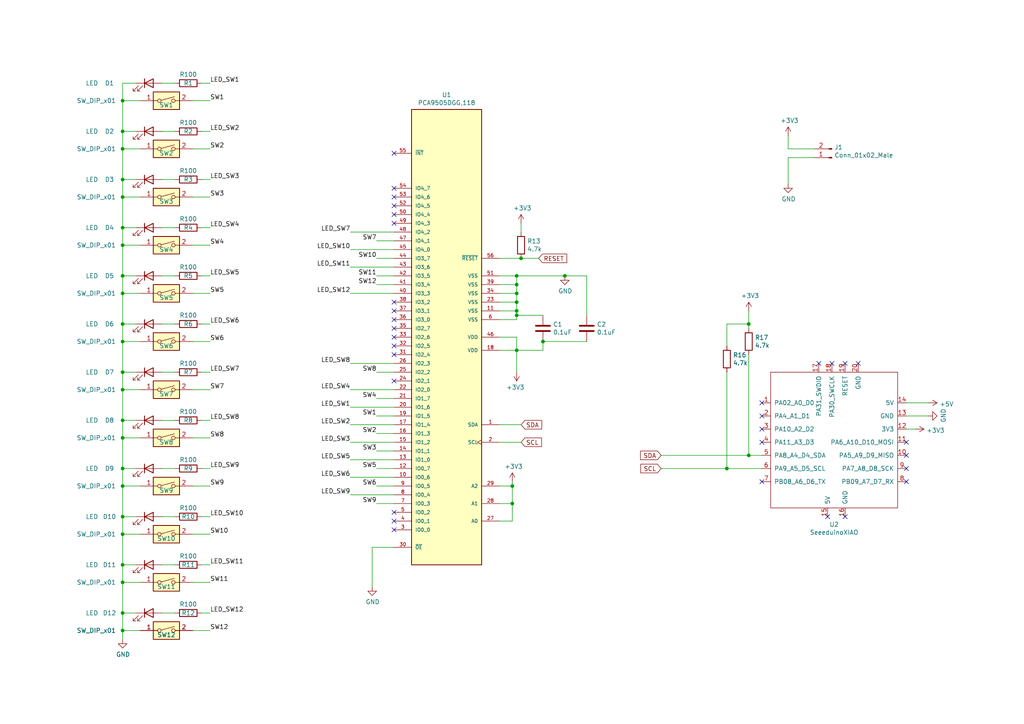
<source format=kicad_sch>
(kicad_sch (version 20211123) (generator eeschema)
  (paper "A4")
  (lib_symbols
    (symbol "Connector:Conn_01x02_Male" (pin_names (offset 1.016) hide)
      (property "Reference" "J" (at 0 2.54 0))
      (property "Value" "Conn_01x02_Male" (at 0 -5.08 0))
      (symbol "Conn_01x02_Male_1_1"
        (polyline (pts (xy 1.27 -2.54) (xy 0.8636 -2.54)) (stroke (width 0.1524)))
        (polyline (pts (xy 1.27 0) (xy 0.8636 0)) (stroke (width 0.1524)))
        (rectangle (start 0.8636 -2.413) (end 0 -2.667) (stroke (width 0.1524)) (fill (type outline)))
        (rectangle (start 0.8636 0.127) (end 0 -0.127) (stroke (width 0.1524)) (fill (type outline)))
        (pin passive line (at 5.08 0 180) (length 3.81) (name "Pin_1") (number "1"))
        (pin passive line (at 5.08 -2.54 180) (length 3.81) (name "Pin_2") (number "2"))
      )
    )
    (symbol "Device:C" (pin_numbers hide) (pin_names (offset 0.254))
      (property "Reference" "C" (at 0.635 2.54 0))
      (property "Value" "C" (at 0.635 -2.54 0))
      (symbol "C_0_1"
        (polyline (pts (xy -2.032 -0.762) (xy 2.032 -0.762)) (stroke (width 0.508)))
        (polyline (pts (xy -2.032 0.762) (xy 2.032 0.762)) (stroke (width 0.508)))
      )
      (symbol "C_1_1"
        (pin passive line (at 0 3.81 270) (length 2.794) (name "~") (number "1"))
        (pin passive line (at 0 -3.81 90) (length 2.794) (name "~") (number "2"))
      )
    )
    (symbol "Device:LED" (pin_numbers hide) (pin_names (offset 1.016) hide)
      (property "Reference" "D" (at 0 2.54 0))
      (property "Value" "LED" (at 0 -2.54 0))
      (symbol "LED_0_1"
        (polyline (pts (xy -1.27 -1.27) (xy -1.27 1.27)) (stroke (width 0.254)))
        (polyline (pts (xy -1.27 0) (xy 1.27 0)))
        (polyline (pts (xy 1.27 -1.27) (xy 1.27 1.27) (xy -1.27 0) (xy 1.27 -1.27)) (stroke (width 0.254)))
        (polyline (pts (xy -3.048 -0.762) (xy -4.572 -2.286) (xy -3.81 -2.286) (xy -4.572 -2.286) (xy -4.572 -1.524)))
        (polyline (pts (xy -1.778 -0.762) (xy -3.302 -2.286) (xy -2.54 -2.286) (xy -3.302 -2.286) (xy -3.302 -1.524)))
      )
      (symbol "LED_1_1"
        (pin passive line (at -3.81 0 0) (length 2.54) (name "K") (number "1"))
        (pin passive line (at 3.81 0 180) (length 2.54) (name "A") (number "2"))
      )
    )
    (symbol "Device:R" (pin_numbers hide) (pin_names (offset 0))
      (property "Reference" "R" (at 2.032 0 90))
      (property "Value" "R" (at 0 0 90))
      (symbol "R_0_1"
        (rectangle (start -1.016 -2.54) (end 1.016 2.54) (stroke (width 0.254)))
      )
      (symbol "R_1_1"
        (pin passive line (at 0 3.81 270) (length 1.27) (name "~") (number "1"))
        (pin passive line (at 0 -3.81 90) (length 1.27) (name "~") (number "2"))
      )
    )
    (symbol "PCA9505DGG_118:PCA9505DGG,118" (pin_names (offset 1.016))
      (property "Reference" "U" (at -1.27 60.96 0))
      (property "Value" "PCA9505DGG_118_PCA9505DGG,118" (at -7.62 -68.58 0))
      (symbol "PCA9505DGG,118_0_0"
        (rectangle (start -10.16 -66.04) (end 10.16 66.04) (stroke (width 0.254)) (fill (type background)))
        (pin bidirectional line (at -15.24 25.4 0) (length 5.08) (name "SDA") (number "1"))
        (pin bidirectional line (at 15.24 40.64 180) (length 5.08) (name "IO0_6") (number "10"))
        (pin power_in line (at -15.24 -7.62 0) (length 5.08) (name "VSS") (number "11"))
        (pin bidirectional line (at 15.24 38.1 180) (length 5.08) (name "IO0_7") (number "12"))
        (pin bidirectional line (at 15.24 35.56 180) (length 5.08) (name "IO1_0") (number "13"))
        (pin bidirectional line (at 15.24 33.02 180) (length 5.08) (name "IO1_1") (number "14"))
        (pin bidirectional line (at 15.24 30.48 180) (length 5.08) (name "IO1_2") (number "15"))
        (pin bidirectional line (at 15.24 27.94 180) (length 5.08) (name "IO1_3") (number "16"))
        (pin bidirectional line (at 15.24 25.4 180) (length 5.08) (name "IO1_4") (number "17"))
        (pin power_in line (at -15.24 3.81 0) (length 5.08) (name "VDD") (number "18"))
        (pin bidirectional line (at 15.24 22.86 180) (length 5.08) (name "IO1_5") (number "19"))
        (pin input clock (at -15.24 30.48 0) (length 5.08) (name "SCL") (number "2"))
        (pin bidirectional line (at 15.24 20.32 180) (length 5.08) (name "IO1_6") (number "20"))
        (pin bidirectional line (at 15.24 17.78 180) (length 5.08) (name "IO1_7") (number "21"))
        (pin bidirectional line (at 15.24 15.24 180) (length 5.08) (name "IO2_0") (number "22"))
        (pin power_in line (at -15.24 -10.16 0) (length 5.08) (name "VSS") (number "23"))
        (pin bidirectional line (at 15.24 12.7 180) (length 5.08) (name "IO2_1") (number "24"))
        (pin bidirectional line (at 15.24 10.16 180) (length 5.08) (name "IO2_2") (number "25"))
        (pin bidirectional line (at 15.24 7.62 180) (length 5.08) (name "IO2_3") (number "26"))
        (pin input line (at -15.24 53.34 0) (length 5.08) (name "A0") (number "27"))
        (pin input line (at -15.24 48.26 0) (length 5.08) (name "A1") (number "28"))
        (pin input line (at -15.24 43.18 0) (length 5.08) (name "A2") (number "29"))
        (pin bidirectional line (at 15.24 55.88 180) (length 5.08) (name "IO0_0") (number "3"))
        (pin input line (at 15.24 60.96 180) (length 5.08) (name "~{OE}") (number "30"))
        (pin bidirectional line (at 15.24 5.08 180) (length 5.08) (name "IO2_4") (number "31"))
        (pin bidirectional line (at 15.24 2.54 180) (length 5.08) (name "IO2_5") (number "32"))
        (pin bidirectional line (at 15.24 0 180) (length 5.08) (name "IO2_6") (number "33"))
        (pin power_in line (at -15.24 -12.7 0) (length 5.08) (name "VSS") (number "34"))
        (pin bidirectional line (at 15.24 -2.54 180) (length 5.08) (name "IO2_7") (number "35"))
        (pin bidirectional line (at 15.24 -5.08 180) (length 5.08) (name "IO3_0") (number "36"))
        (pin bidirectional line (at 15.24 -7.62 180) (length 5.08) (name "IO3_1") (number "37"))
        (pin bidirectional line (at 15.24 -10.16 180) (length 5.08) (name "IO3_2") (number "38"))
        (pin power_in line (at -15.24 -15.24 0) (length 5.08) (name "VSS") (number "39"))
        (pin bidirectional line (at 15.24 53.34 180) (length 5.08) (name "IO0_1") (number "4"))
        (pin bidirectional line (at 15.24 -12.7 180) (length 5.08) (name "IO3_3") (number "40"))
        (pin bidirectional line (at 15.24 -15.24 180) (length 5.08) (name "IO3_4") (number "41"))
        (pin bidirectional line (at 15.24 -17.78 180) (length 5.08) (name "IO3_5") (number "42"))
        (pin bidirectional line (at 15.24 -20.32 180) (length 5.08) (name "IO3_6") (number "43"))
        (pin bidirectional line (at 15.24 -22.86 180) (length 5.08) (name "IO3_7") (number "44"))
        (pin bidirectional line (at 15.24 -25.4 180) (length 5.08) (name "IO4_0") (number "45"))
        (pin power_in line (at -15.24 0 0) (length 5.08) (name "VDD") (number "46"))
        (pin bidirectional line (at 15.24 -27.94 180) (length 5.08) (name "IO4_1") (number "47"))
        (pin bidirectional line (at 15.24 -30.48 180) (length 5.08) (name "IO4_2") (number "48"))
        (pin bidirectional line (at 15.24 -33.02 180) (length 5.08) (name "IO4_3") (number "49"))
        (pin bidirectional line (at 15.24 50.8 180) (length 5.08) (name "IO0_2") (number "5"))
        (pin bidirectional line (at 15.24 -35.56 180) (length 5.08) (name "IO4_4") (number "50"))
        (pin power_in line (at -15.24 -17.78 0) (length 5.08) (name "VSS") (number "51"))
        (pin bidirectional line (at 15.24 -38.1 180) (length 5.08) (name "IO4_5") (number "52"))
        (pin bidirectional line (at 15.24 -40.64 180) (length 5.08) (name "IO4_6") (number "53"))
        (pin bidirectional line (at 15.24 -43.18 180) (length 5.08) (name "IO4_7") (number "54"))
        (pin output line (at 15.24 -53.34 180) (length 5.08) (name "~{INT}") (number "55"))
        (pin input line (at -15.24 -22.86 0) (length 5.08) (name "~{RESET}") (number "56"))
        (pin power_in line (at -15.24 -5.08 0) (length 5.08) (name "VSS") (number "6"))
        (pin bidirectional line (at 15.24 48.26 180) (length 5.08) (name "IO0_3") (number "7"))
        (pin bidirectional line (at 15.24 45.72 180) (length 5.08) (name "IO0_4") (number "8"))
        (pin bidirectional line (at 15.24 43.18 180) (length 5.08) (name "IO0_5") (number "9"))
      )
    )
    (symbol "SeeeduinoXIAO:SeeeduinoXIAO" (pin_names (offset 1.016))
      (property "Reference" "U" (at -19.05 22.86 0))
      (property "Value" "SeeeduinoXIAO_SeeeduinoXIAO" (at -12.7 21.59 0))
      (symbol "SeeeduinoXIAO_0_1"
        (rectangle (start -19.05 20.32) (end 17.78 -19.05))
      )
      (symbol "SeeeduinoXIAO_1_1"
        (pin unspecified line (at -21.59 11.43 0) (length 2.54) (name "PA02_A0_D0") (number "1"))
        (pin unspecified line (at 20.32 -3.81 180) (length 2.54) (name "PA5_A9_D9_MISO") (number "10"))
        (pin unspecified line (at 20.32 0 180) (length 2.54) (name "PA6_A10_D10_MOSI") (number "11"))
        (pin unspecified line (at 20.32 3.81 180) (length 2.54) (name "3V3") (number "12"))
        (pin unspecified line (at 20.32 7.62 180) (length 2.54) (name "GND") (number "13"))
        (pin unspecified line (at 20.32 11.43 180) (length 2.54) (name "5V") (number "14"))
        (pin input line (at -2.54 -21.59 90) (length 2.54) (name "5V") (number "15"))
        (pin input line (at 2.54 -21.59 90) (length 2.54) (name "GND") (number "16"))
        (pin input line (at -5.08 22.86 270) (length 2.54) (name "PA31_SWDIO") (number "17"))
        (pin input line (at -1.27 22.86 270) (length 2.54) (name "PA30_SWCLK") (number "18"))
        (pin input line (at 2.54 22.86 270) (length 2.54) (name "RESET") (number "19"))
        (pin unspecified line (at -21.59 7.62 0) (length 2.54) (name "PA4_A1_D1") (number "2"))
        (pin input line (at 6.35 22.86 270) (length 2.54) (name "GND") (number "20"))
        (pin unspecified line (at -21.59 3.81 0) (length 2.54) (name "PA10_A2_D2") (number "3"))
        (pin unspecified line (at -21.59 0 0) (length 2.54) (name "PA11_A3_D3") (number "4"))
        (pin unspecified line (at -21.59 -3.81 0) (length 2.54) (name "PA8_A4_D4_SDA") (number "5"))
        (pin unspecified line (at -21.59 -7.62 0) (length 2.54) (name "PA9_A5_D5_SCL") (number "6"))
        (pin unspecified line (at -21.59 -11.43 0) (length 2.54) (name "PB08_A6_D6_TX") (number "7"))
        (pin unspecified line (at 20.32 -11.43 180) (length 2.54) (name "PB09_A7_D7_RX") (number "8"))
        (pin unspecified line (at 20.32 -7.62 180) (length 2.54) (name "PA7_A8_D8_SCK") (number "9"))
      )
    )
    (symbol "Switch:SW_DIP_x01" (pin_names (offset 0) hide)
      (property "Reference" "SW" (at 0 3.81 0))
      (property "Value" "SW_DIP_x01" (at 0 -3.81 0))
      (symbol "SW_DIP_x01_0_0"
        (circle (center -2.032 0) (radius 0.508))
        (polyline (pts (xy -1.524 0.127) (xy 2.3622 1.1684)))
        (circle (center 2.032 0) (radius 0.508))
      )
      (symbol "SW_DIP_x01_0_1"
        (rectangle (start -3.81 2.54) (end 3.81 -2.54) (stroke (width 0.254)) (fill (type background)))
      )
      (symbol "SW_DIP_x01_1_1"
        (pin passive line (at -7.62 0 0) (length 5.08) (name "~") (number "1"))
        (pin passive line (at 7.62 0 180) (length 5.08) (name "~") (number "2"))
      )
    )
    (symbol "power:+3V3" (power) (pin_names (offset 0))
      (property "Value" "+3V3" (at 0 3.556 0))
      (symbol "+3V3_0_1"
        (polyline (pts (xy -0.762 1.27) (xy 0 2.54)))
        (polyline (pts (xy 0 0) (xy 0 2.54)))
        (polyline (pts (xy 0 2.54) (xy 0.762 1.27)))
      )
      (symbol "+3V3_1_1"
        (pin power_in line (at 0 0 90) (length 0) hide (name "+3V3") (number "1"))
      )
    )
    (symbol "power:+5V" (power) (pin_names (offset 0))
      (property "Value" "+5V" (at 0 3.556 0))
      (symbol "+5V_0_1"
        (polyline (pts (xy -0.762 1.27) (xy 0 2.54)))
        (polyline (pts (xy 0 0) (xy 0 2.54)))
        (polyline (pts (xy 0 2.54) (xy 0.762 1.27)))
      )
      (symbol "+5V_1_1"
        (pin power_in line (at 0 0 90) (length 0) hide (name "+5V") (number "1"))
      )
    )
    (symbol "power:GND" (power) (pin_names (offset 0))
      (property "Value" "GND" (at 0 -3.81 0))
      (symbol "GND_0_1"
        (polyline (pts (xy 0 0) (xy 0 -1.27) (xy 1.27 -1.27) (xy 0 -2.54) (xy -1.27 -1.27) (xy 0 -1.27)))
      )
      (symbol "GND_1_1"
        (pin power_in line (at 0 0 270) (length 0) hide (name "GND") (number "1"))
      )
    )
  )
  (junction (at 35.56 154.94))
  (junction (at 217.17 132.08))
  (junction (at 149.86 82.55))
  (junction (at 35.56 149.86))
  (junction (at 35.56 182.88))
  (junction (at 149.86 101.6))
  (junction (at 35.56 163.83))
  (junction (at 35.56 66.04))
  (junction (at 35.56 29.21))
  (junction (at 35.56 135.89))
  (junction (at 35.56 57.15))
  (junction (at 35.56 121.92))
  (junction (at 35.56 168.91))
  (junction (at 35.56 52.07))
  (junction (at 217.17 93.98))
  (junction (at 35.56 99.06))
  (junction (at 157.48 99.06))
  (junction (at 148.59 140.97))
  (junction (at 35.56 80.01))
  (junction (at 35.56 93.98))
  (junction (at 35.56 38.1))
  (junction (at 35.56 127))
  (junction (at 35.56 113.03))
  (junction (at 35.56 43.18))
  (junction (at 149.86 87.63))
  (junction (at 149.86 91.44))
  (junction (at 151.13 74.93))
  (junction (at 35.56 177.8))
  (junction (at 35.56 140.97))
  (junction (at 35.56 71.12))
  (junction (at 210.82 135.89))
  (junction (at 163.83 80.01))
  (junction (at 35.56 107.95))
  (junction (at 35.56 85.09))
  (junction (at 149.86 80.01))
  (junction (at 149.86 85.09))
  (junction (at 148.59 146.05))
  (junction (at 149.86 90.17))
  (no_connect (at 114.3 110.49))
  (no_connect (at 237.49 105.41))
  (no_connect (at 114.3 100.33))
  (no_connect (at 262.89 135.89))
  (no_connect (at 262.89 139.7))
  (no_connect (at 114.3 153.67))
  (no_connect (at 114.3 62.23))
  (no_connect (at 240.03 149.86))
  (no_connect (at 114.3 57.15))
  (no_connect (at 114.3 44.45))
  (no_connect (at 114.3 97.79))
  (no_connect (at 114.3 148.59))
  (no_connect (at 248.92 105.41))
  (no_connect (at 114.3 59.69))
  (no_connect (at 114.3 92.71))
  (no_connect (at 114.3 54.61))
  (no_connect (at 114.3 151.13))
  (no_connect (at 220.98 128.27))
  (no_connect (at 114.3 95.25))
  (no_connect (at 114.3 90.17))
  (no_connect (at 114.3 102.87))
  (no_connect (at 220.98 116.84))
  (no_connect (at 245.11 105.41))
  (no_connect (at 262.89 128.27))
  (no_connect (at 262.89 132.08))
  (no_connect (at 114.3 64.77))
  (no_connect (at 114.3 87.63))
  (no_connect (at 241.3 105.41))
  (no_connect (at 220.98 124.46))
  (no_connect (at 245.11 149.86))
  (no_connect (at 220.98 120.65))
  (no_connect (at 220.98 139.7))
  (wire (pts (xy 262.89 120.65) (xy 269.24 120.65)))
  (wire (pts (xy 114.3 67.31) (xy 101.6 67.31)))
  (wire (pts (xy 157.48 99.06) (xy 170.18 99.06)))
  (wire (pts (xy 109.22 107.95) (xy 114.3 107.95)))
  (wire (pts (xy 109.22 146.05) (xy 114.3 146.05)))
  (wire (pts (xy 101.6 138.43) (xy 114.3 138.43)))
  (wire (pts (xy 170.18 80.01) (xy 170.18 91.44)))
  (wire (pts (xy 149.86 80.01) (xy 163.83 80.01)))
  (wire (pts (xy 149.86 101.6) (xy 149.86 107.95)))
  (wire (pts (xy 58.42 38.1) (xy 60.96 38.1)))
  (wire (pts (xy 262.89 124.46) (xy 265.43 124.46)))
  (wire (pts (xy 40.64 127) (xy 35.56 127)))
  (wire (pts (xy 35.56 121.92) (xy 35.56 127)))
  (wire (pts (xy 40.64 57.15) (xy 35.56 57.15)))
  (wire (pts (xy 35.56 127) (xy 35.56 135.89)))
  (wire (pts (xy 35.56 99.06) (xy 35.56 107.95)))
  (wire (pts (xy 149.86 85.09) (xy 149.86 87.63)))
  (wire (pts (xy 114.3 120.65) (xy 109.22 120.65)))
  (wire (pts (xy 40.64 140.97) (xy 35.56 140.97)))
  (wire (pts (xy 39.37 66.04) (xy 35.56 66.04)))
  (wire (pts (xy 39.37 149.86) (xy 35.56 149.86)))
  (wire (pts (xy 262.89 116.84) (xy 269.24 116.84)))
  (wire (pts (xy 35.56 168.91) (xy 35.56 177.8)))
  (wire (pts (xy 46.99 121.92) (xy 50.8 121.92)))
  (wire (pts (xy 60.96 168.91) (xy 55.88 168.91)))
  (wire (pts (xy 39.37 135.89) (xy 35.56 135.89)))
  (wire (pts (xy 220.98 135.89) (xy 210.82 135.89)))
  (wire (pts (xy 35.56 57.15) (xy 35.56 66.04)))
  (wire (pts (xy 148.59 140.97) (xy 148.59 139.7)))
  (wire (pts (xy 217.17 95.25) (xy 217.17 93.98)))
  (wire (pts (xy 114.3 72.39) (xy 101.6 72.39)))
  (wire (pts (xy 144.78 80.01) (xy 149.86 80.01)))
  (wire (pts (xy 109.22 135.89) (xy 114.3 135.89)))
  (wire (pts (xy 151.13 74.93) (xy 156.21 74.93)))
  (wire (pts (xy 109.22 130.81) (xy 114.3 130.81)))
  (wire (pts (xy 35.56 113.03) (xy 35.56 107.95)))
  (wire (pts (xy 228.6 45.72) (xy 236.22 45.72)))
  (wire (pts (xy 60.96 121.92) (xy 58.42 121.92)))
  (wire (pts (xy 114.3 85.09) (xy 101.6 85.09)))
  (wire (pts (xy 39.37 107.95) (xy 35.56 107.95)))
  (wire (pts (xy 149.86 91.44) (xy 149.86 92.71)))
  (wire (pts (xy 55.88 57.15) (xy 60.96 57.15)))
  (wire (pts (xy 35.56 163.83) (xy 35.56 168.91)))
  (wire (pts (xy 55.88 140.97) (xy 60.96 140.97)))
  (wire (pts (xy 191.77 132.08) (xy 217.17 132.08)))
  (wire (pts (xy 144.78 85.09) (xy 149.86 85.09)))
  (wire (pts (xy 35.56 29.21) (xy 35.56 24.13)))
  (wire (pts (xy 46.99 107.95) (xy 50.8 107.95)))
  (wire (pts (xy 40.64 29.21) (xy 35.56 29.21)))
  (wire (pts (xy 101.6 105.41) (xy 114.3 105.41)))
  (wire (pts (xy 39.37 163.83) (xy 35.56 163.83)))
  (wire (pts (xy 50.8 38.1) (xy 46.99 38.1)))
  (wire (pts (xy 217.17 102.87) (xy 217.17 132.08)))
  (wire (pts (xy 228.6 43.18) (xy 236.22 43.18)))
  (wire (pts (xy 40.64 168.91) (xy 35.56 168.91)))
  (wire (pts (xy 46.99 24.13) (xy 50.8 24.13)))
  (wire (pts (xy 114.3 115.57) (xy 109.22 115.57)))
  (wire (pts (xy 46.99 80.01) (xy 50.8 80.01)))
  (wire (pts (xy 35.56 71.12) (xy 35.56 80.01)))
  (wire (pts (xy 39.37 177.8) (xy 35.56 177.8)))
  (wire (pts (xy 144.78 146.05) (xy 148.59 146.05)))
  (wire (pts (xy 114.3 80.01) (xy 109.22 80.01)))
  (wire (pts (xy 55.88 113.03) (xy 60.96 113.03)))
  (wire (pts (xy 228.6 43.18) (xy 228.6 39.37)))
  (wire (pts (xy 109.22 125.73) (xy 114.3 125.73)))
  (wire (pts (xy 39.37 93.98) (xy 35.56 93.98)))
  (wire (pts (xy 101.6 143.51) (xy 114.3 143.51)))
  (wire (pts (xy 50.8 93.98) (xy 46.99 93.98)))
  (wire (pts (xy 149.86 82.55) (xy 149.86 85.09)))
  (wire (pts (xy 40.64 71.12) (xy 35.56 71.12)))
  (wire (pts (xy 39.37 80.01) (xy 35.56 80.01)))
  (wire (pts (xy 35.56 93.98) (xy 35.56 99.06)))
  (wire (pts (xy 144.78 87.63) (xy 149.86 87.63)))
  (wire (pts (xy 148.59 151.13) (xy 148.59 146.05)))
  (wire (pts (xy 35.56 85.09) (xy 35.56 93.98)))
  (wire (pts (xy 35.56 38.1) (xy 35.56 43.18)))
  (wire (pts (xy 149.86 87.63) (xy 149.86 90.17)))
  (wire (pts (xy 220.98 132.08) (xy 217.17 132.08)))
  (wire (pts (xy 149.86 97.79) (xy 149.86 101.6)))
  (wire (pts (xy 40.64 154.94) (xy 35.56 154.94)))
  (wire (pts (xy 210.82 107.95) (xy 210.82 135.89)))
  (wire (pts (xy 101.6 128.27) (xy 114.3 128.27)))
  (wire (pts (xy 149.86 101.6) (xy 157.48 101.6)))
  (wire (pts (xy 39.37 38.1) (xy 35.56 38.1)))
  (wire (pts (xy 35.56 80.01) (xy 35.56 85.09)))
  (wire (pts (xy 55.88 154.94) (xy 60.96 154.94)))
  (wire (pts (xy 35.56 154.94) (xy 35.56 163.83)))
  (wire (pts (xy 151.13 64.77) (xy 151.13 67.31)))
  (wire (pts (xy 55.88 85.09) (xy 60.96 85.09)))
  (wire (pts (xy 35.56 66.04) (xy 35.56 71.12)))
  (wire (pts (xy 163.83 80.01) (xy 170.18 80.01)))
  (wire (pts (xy 46.99 149.86) (xy 50.8 149.86)))
  (wire (pts (xy 149.86 80.01) (xy 149.86 82.55)))
  (wire (pts (xy 114.3 82.55) (xy 109.22 82.55)))
  (wire (pts (xy 217.17 93.98) (xy 217.17 90.17)))
  (wire (pts (xy 58.42 149.86) (xy 60.96 149.86)))
  (wire (pts (xy 58.42 135.89) (xy 60.96 135.89)))
  (wire (pts (xy 35.56 38.1) (xy 35.56 29.21)))
  (wire (pts (xy 50.8 66.04) (xy 46.99 66.04)))
  (wire (pts (xy 58.42 93.98) (xy 60.96 93.98)))
  (wire (pts (xy 55.88 29.21) (xy 60.96 29.21)))
  (wire (pts (xy 55.88 127) (xy 60.96 127)))
  (wire (pts (xy 58.42 52.07) (xy 60.96 52.07)))
  (wire (pts (xy 35.56 140.97) (xy 35.56 149.86)))
  (wire (pts (xy 50.8 135.89) (xy 46.99 135.89)))
  (wire (pts (xy 55.88 99.06) (xy 60.96 99.06)))
  (wire (pts (xy 58.42 107.95) (xy 60.96 107.95)))
  (wire (pts (xy 46.99 52.07) (xy 50.8 52.07)))
  (wire (pts (xy 39.37 52.07) (xy 35.56 52.07)))
  (wire (pts (xy 144.78 128.27) (xy 151.13 128.27)))
  (wire (pts (xy 35.56 177.8) (xy 35.56 182.88)))
  (wire (pts (xy 58.42 66.04) (xy 60.96 66.04)))
  (wire (pts (xy 35.56 182.88) (xy 35.56 185.42)))
  (wire (pts (xy 50.8 163.83) (xy 46.99 163.83)))
  (wire (pts (xy 148.59 146.05) (xy 148.59 140.97)))
  (wire (pts (xy 149.86 90.17) (xy 149.86 91.44)))
  (wire (pts (xy 40.64 85.09) (xy 35.56 85.09)))
  (wire (pts (xy 210.82 93.98) (xy 217.17 93.98)))
  (wire (pts (xy 114.3 69.85) (xy 109.22 69.85)))
  (wire (pts (xy 157.48 91.44) (xy 149.86 91.44)))
  (wire (pts (xy 39.37 121.92) (xy 35.56 121.92)))
  (wire (pts (xy 107.95 158.75) (xy 107.95 170.18)))
  (wire (pts (xy 40.64 182.88) (xy 35.56 182.88)))
  (wire (pts (xy 144.78 90.17) (xy 149.86 90.17)))
  (wire (pts (xy 35.56 52.07) (xy 35.56 57.15)))
  (wire (pts (xy 58.42 80.01) (xy 60.96 80.01)))
  (wire (pts (xy 109.22 140.97) (xy 114.3 140.97)))
  (wire (pts (xy 101.6 123.19) (xy 114.3 123.19)))
  (wire (pts (xy 58.42 24.13) (xy 60.96 24.13)))
  (wire (pts (xy 40.64 43.18) (xy 35.56 43.18)))
  (wire (pts (xy 144.78 140.97) (xy 148.59 140.97)))
  (wire (pts (xy 228.6 45.72) (xy 228.6 53.34)))
  (wire (pts (xy 55.88 71.12) (xy 60.96 71.12)))
  (wire (pts (xy 101.6 113.03) (xy 114.3 113.03)))
  (wire (pts (xy 35.56 149.86) (xy 35.56 154.94)))
  (wire (pts (xy 35.56 135.89) (xy 35.56 140.97)))
  (wire (pts (xy 101.6 118.11) (xy 114.3 118.11)))
  (wire (pts (xy 40.64 113.03) (xy 35.56 113.03)))
  (wire (pts (xy 144.78 74.93) (xy 151.13 74.93)))
  (wire (pts (xy 144.78 97.79) (xy 149.86 97.79)))
  (wire (pts (xy 144.78 101.6) (xy 149.86 101.6)))
  (wire (pts (xy 35.56 99.06) (xy 40.64 99.06)))
  (wire (pts (xy 157.48 101.6) (xy 157.48 99.06)))
  (wire (pts (xy 144.78 151.13) (xy 148.59 151.13)))
  (wire (pts (xy 35.56 24.13) (xy 39.37 24.13)))
  (wire (pts (xy 114.3 74.93) (xy 109.22 74.93)))
  (wire (pts (xy 210.82 100.33) (xy 210.82 93.98)))
  (wire (pts (xy 101.6 133.35) (xy 114.3 133.35)))
  (wire (pts (xy 46.99 177.8) (xy 50.8 177.8)))
  (wire (pts (xy 149.86 92.71) (xy 144.78 92.71)))
  (wire (pts (xy 60.96 177.8) (xy 58.42 177.8)))
  (wire (pts (xy 35.56 43.18) (xy 35.56 52.07)))
  (wire (pts (xy 191.77 135.89) (xy 210.82 135.89)))
  (wire (pts (xy 114.3 158.75) (xy 107.95 158.75)))
  (wire (pts (xy 55.88 43.18) (xy 60.96 43.18)))
  (wire (pts (xy 114.3 77.47) (xy 101.6 77.47)))
  (wire (pts (xy 144.78 82.55) (xy 149.86 82.55)))
  (wire (pts (xy 35.56 113.03) (xy 35.56 121.92)))
  (wire (pts (xy 144.78 123.19) (xy 151.13 123.19)))
  (wire (pts (xy 55.88 182.88) (xy 60.96 182.88)))
  (wire (pts (xy 58.42 163.83) (xy 60.96 163.83)))
  (label "LED_SW5" (at 101.6 133.35 180))
  (label "LED_SW1" (at 60.96 24.13 0))
  (label "SW10" (at 60.96 154.94 0))
  (label "SW3" (at 109.22 130.81 180))
  (label "LED_SW2" (at 101.6 123.19 180))
  (label "SW1" (at 109.22 120.65 180))
  (label "SW5" (at 60.96 85.09 0))
  (label "LED_SW4" (at 101.6 113.03 180))
  (label "SW3" (at 60.96 57.15 0))
  (label "LED_SW11" (at 101.6 77.47 180))
  (label "LED_SW9" (at 60.96 135.89 0))
  (label "LED_SW4" (at 60.96 66.04 0))
  (label "SW12" (at 109.22 82.55 180))
  (label "LED_SW7" (at 101.6 67.31 180))
  (label "SW10" (at 109.22 74.93 180))
  (label "LED_SW9" (at 101.6 143.51 180))
  (label "SW11" (at 60.96 168.91 0))
  (label "LED_SW2" (at 60.96 38.1 0))
  (label "LED_SW10" (at 60.96 149.86 0))
  (label "SW6" (at 109.22 140.97 180))
  (label "SW2" (at 60.96 43.18 0))
  (label "SW9" (at 109.22 146.05 180))
  (label "SW7" (at 109.22 69.85 180))
  (label "SW4" (at 109.22 115.57 180))
  (label "SW8" (at 60.96 127 0))
  (label "LED_SW12" (at 101.6 85.09 180))
  (label "LED_SW3" (at 60.96 52.07 0))
  (label "SW12" (at 60.96 182.88 0))
  (label "LED_SW12" (at 60.96 177.8 0))
  (label "SW11" (at 109.22 80.01 180))
  (label "LED_SW10" (at 101.6 72.39 180))
  (label "LED_SW11" (at 60.96 163.83 0))
  (label "LED_SW6" (at 101.6 138.43 180))
  (label "LED_SW3" (at 101.6 128.27 180))
  (label "SW6" (at 60.96 99.06 0))
  (label "LED_SW5" (at 60.96 80.01 0))
  (label "SW1" (at 60.96 29.21 0))
  (label "SW7" (at 60.96 113.03 0))
  (label "LED_SW8" (at 101.6 105.41 180))
  (label "SW9" (at 60.96 140.97 0))
  (label "SW4" (at 60.96 71.12 0))
  (label "LED_SW1" (at 101.6 118.11 180))
  (label "SW5" (at 109.22 135.89 180))
  (label "SW8" (at 109.22 107.95 180))
  (label "SW2" (at 109.22 125.73 180))
  (label "LED_SW6" (at 60.96 93.98 0))
  (label "LED_SW8" (at 60.96 121.92 0))
  (label "LED_SW7" (at 60.96 107.95 0))
  (global_label "SDA" (shape input) (at 191.77 132.08 180) (property "Intersheet References" "${INTERSHEET_REFS}" (effects hide)))
  (global_label "SCL" (shape input) (at 151.13 128.27 0) (property "Intersheet References" "${INTERSHEET_REFS}" (effects hide)))
  (global_label "SDA" (shape input) (at 151.13 123.19 0) (property "Intersheet References" "${INTERSHEET_REFS}" (effects hide)))
  (global_label "SCL" (shape input) (at 191.77 135.89 180) (property "Intersheet References" "${INTERSHEET_REFS}" (effects hide)))
  (global_label "RESET" (shape input) (at 156.21 74.93 0) (property "Intersheet References" "${INTERSHEET_REFS}" (effects hide)))
  (symbol (lib_id "power:GND") (at 269.24 120.65 90) (unit 1)
    (property "Reference" "#PWR011" (effects hide))
    (property "Value" "GND" (at 273.6342 120.523 0))
  )
  (symbol (lib_id "power:+5V") (at 269.24 116.84 270) (unit 1)
    (property "Reference" "#PWR010" (effects hide))
    (property "Value" "+5V" (at 272.4912 117.221 90) (effects (justify left)))
  )
  (symbol (lib_id "Device:R") (at 210.82 104.14 0) (unit 1)
    (property "Reference" "R16" (at 212.598 102.9716 0) (effects (justify left)))
    (property "Value" "4.7k" (at 212.598 105.283 0) (effects (justify left)))
    (property "Footprint" "Resistor_SMD:R_0603_1608Metric" (effects hide))
  )
  (symbol (lib_id "Device:R") (at 217.17 99.06 0) (unit 1)
    (property "Reference" "R17" (at 218.948 97.8916 0) (effects (justify left)))
    (property "Value" "4.7k" (at 218.948 100.203 0) (effects (justify left)))
    (property "Footprint" "Resistor_SMD:R_0603_1608Metric" (effects hide))
  )
  (symbol (lib_id "power:+3V3") (at 265.43 124.46 270) (unit 1)
    (property "Reference" "#PWR09" (effects hide))
    (property "Value" "+3V3" (at 268.6812 124.841 90) (effects (justify left)))
  )
  (symbol (lib_id "power:+3V3") (at 217.17 90.17 0) (unit 1)
    (property "Reference" "#PWR08" (effects hide))
    (property "Value" "+3V3" (at 217.551 85.7758 0))
  )
  (symbol (lib_id "Switch:SW_DIP_x01") (at 48.26 29.21 0) (unit 1)
    (property "Reference" "SW1" (at 48.26 30.48 0))
    (property "Value" "SW_DIP_x01" (at 27.94 29.21 0))
    (property "Footprint" "Switch_Keyboard_Kailh:SW_Kailh_Choc_V1" (effects hide))
  )
  (symbol (lib_id "Switch:SW_DIP_x01") (at 48.26 43.18 0) (unit 1)
    (property "Reference" "SW2" (at 48.26 44.45 0))
    (property "Value" "SW_DIP_x01" (at 27.94 43.18 0))
    (property "Footprint" "Switch_Keyboard_Kailh:SW_Kailh_Choc_V1" (effects hide))
  )
  (symbol (lib_id "Switch:SW_DIP_x01") (at 48.26 57.15 0) (unit 1)
    (property "Reference" "SW3" (at 48.26 58.42 0))
    (property "Value" "SW_DIP_x01" (at 27.94 57.15 0))
    (property "Footprint" "Switch_Keyboard_Kailh:SW_Kailh_Choc_V1" (effects hide))
  )
  (symbol (lib_id "Switch:SW_DIP_x01") (at 48.26 71.12 0) (unit 1)
    (property "Reference" "SW4" (at 48.26 72.39 0))
    (property "Value" "SW_DIP_x01" (at 27.94 71.12 0))
    (property "Footprint" "Switch_Keyboard_Kailh:SW_Kailh_Choc_V1" (effects hide))
  )
  (symbol (lib_id "Switch:SW_DIP_x01") (at 48.26 85.09 0) (unit 1)
    (property "Reference" "SW5" (at 48.26 86.36 0))
    (property "Value" "SW_DIP_x01" (at 27.94 85.09 0))
    (property "Footprint" "Switch_Keyboard_Kailh:SW_Kailh_Choc_V1" (effects hide))
  )
  (symbol (lib_id "Switch:SW_DIP_x01") (at 48.26 99.06 0) (unit 1)
    (property "Reference" "SW6" (at 48.26 100.33 0))
    (property "Value" "SW_DIP_x01" (at 27.94 99.06 0))
    (property "Footprint" "Switch_Keyboard_Kailh:SW_Kailh_Choc_V1" (effects hide))
  )
  (symbol (lib_id "Switch:SW_DIP_x01") (at 48.26 113.03 0) (unit 1)
    (property "Reference" "SW7" (at 48.26 114.3 0))
    (property "Value" "SW_DIP_x01" (at 27.94 113.03 0))
    (property "Footprint" "Switch_Keyboard_Kailh:SW_Kailh_Choc_V1" (effects hide))
  )
  (symbol (lib_id "Switch:SW_DIP_x01") (at 48.26 127 0) (unit 1)
    (property "Reference" "SW8" (at 48.26 128.27 0))
    (property "Value" "SW_DIP_x01" (at 27.94 127 0))
    (property "Footprint" "Switch_Keyboard_Kailh:SW_Kailh_Choc_V1" (effects hide))
  )
  (symbol (lib_id "Switch:SW_DIP_x01") (at 48.26 140.97 0) (unit 1)
    (property "Reference" "SW9" (at 48.26 142.24 0))
    (property "Value" "SW_DIP_x01" (at 27.94 140.97 0))
    (property "Footprint" "Switch_Keyboard_Kailh:SW_Kailh_Choc_V1" (effects hide))
  )
  (symbol (lib_id "Switch:SW_DIP_x01") (at 48.26 154.94 0) (unit 1)
    (property "Reference" "SW10" (at 48.26 156.21 0))
    (property "Value" "SW_DIP_x01" (at 27.94 154.94 0))
    (property "Footprint" "Switch_Keyboard_Kailh:SW_Kailh_Choc_V1" (effects hide))
  )
  (symbol (lib_id "Switch:SW_DIP_x01") (at 48.26 168.91 0) (unit 1)
    (property "Reference" "SW11" (at 48.26 170.18 0))
    (property "Value" "SW_DIP_x01" (at 27.94 168.91 0))
    (property "Footprint" "Switch_Keyboard_Kailh:SW_Kailh_Choc_V1" (effects hide))
  )
  (symbol (lib_id "Switch:SW_DIP_x01") (at 48.26 182.88 0) (unit 1)
    (property "Reference" "SW12" (at 48.26 184.15 0))
    (property "Value" "SW_DIP_x01" (at 27.94 182.88 0))
    (property "Footprint" "Switch_Keyboard_Kailh:SW_Kailh_Choc_V1" (effects hide))
  )
  (symbol (lib_id "power:GND") (at 35.56 185.42 0) (unit 1)
    (property "Reference" "#PWR01" (effects hide))
    (property "Value" "GND" (at 35.687 189.8142 0))
  )
  (symbol (lib_id "PCA9505DGG_118:PCA9505DGG,118") (at 129.54 97.79 180) (unit 1)
    (property "Reference" "U1" (at 129.54 27.5082 0))
    (property "Value" "PCA9505DGG,118" (at 129.54 29.8196 0))
    (property "Footprint" "PCA9505DGG_118:SOP50P810X120-56N" (effects hide))
    (property "MF" "NXP Semiconductors" (effects hide))
    (property "PARTREV" "4" (effects hide))
    (property "STANDARD" "IPC-7351B" (effects hide))
  )
  (symbol (lib_id "power:+3V3") (at 149.86 107.95 180) (unit 1)
    (property "Reference" "#PWR05" (effects hide))
    (property "Value" "+3V3" (at 149.479 112.3442 0))
  )
  (symbol (lib_id "power:GND") (at 163.83 80.01 0) (unit 1)
    (property "Reference" "#PWR07" (effects hide))
    (property "Value" "GND" (at 163.957 84.4042 0))
  )
  (symbol (lib_id "Device:R") (at 151.13 71.12 0) (unit 1)
    (property "Reference" "R13" (at 152.908 69.9516 0) (effects (justify left)))
    (property "Value" "4.7k" (at 152.908 72.263 0) (effects (justify left)))
    (property "Footprint" "Resistor_SMD:R_0603_1608Metric" (effects hide))
  )
  (symbol (lib_id "power:+3V3") (at 151.13 64.77 0) (unit 1)
    (property "Reference" "#PWR06" (effects hide))
    (property "Value" "+3V3" (at 151.511 60.3758 0))
  )
  (symbol (lib_id "Connector:Conn_01x02_Male") (at 241.3 45.72 180) (unit 1)
    (property "Reference" "J1" (at 242.0112 42.7228 0) (effects (justify right)))
    (property "Value" "Conn_01x02_Male" (at 242.0112 45.0342 0) (effects (justify right)))
    (property "Footprint" "Connector_PinHeader_2.54mm:PinHeader_1x02_P2.54mm_Vertical" (effects hide))
  )
  (symbol (lib_id "Device:LED") (at 43.18 38.1 0) (unit 1)
    (property "Reference" "D2" (at 31.75 38.1 0))
    (property "Value" "LED" (at 26.67 38.1 0))
    (property "Footprint" "LED_SMD:LED_0603_1608Metric" (effects hide))
  )
  (symbol (lib_id "Device:LED") (at 43.18 52.07 0) (unit 1)
    (property "Reference" "D3" (at 31.75 52.07 0))
    (property "Value" "LED" (at 26.67 52.07 0))
    (property "Footprint" "LED_SMD:LED_0603_1608Metric" (effects hide))
  )
  (symbol (lib_id "Device:LED") (at 43.18 66.04 0) (unit 1)
    (property "Reference" "D4" (at 31.75 66.04 0))
    (property "Value" "LED" (at 26.67 66.04 0))
    (property "Footprint" "LED_SMD:LED_0603_1608Metric" (effects hide))
  )
  (symbol (lib_id "Device:LED") (at 43.18 80.01 0) (unit 1)
    (property "Reference" "D5" (at 31.75 80.01 0))
    (property "Value" "LED" (at 26.67 80.01 0))
    (property "Footprint" "LED_SMD:LED_0603_1608Metric" (effects hide))
  )
  (symbol (lib_id "Device:LED") (at 43.18 93.98 0) (unit 1)
    (property "Reference" "D6" (at 31.75 93.98 0))
    (property "Value" "LED" (at 26.67 93.98 0))
    (property "Footprint" "LED_SMD:LED_0603_1608Metric" (effects hide))
  )
  (symbol (lib_id "Device:LED") (at 43.18 107.95 0) (unit 1)
    (property "Reference" "D7" (at 31.75 107.95 0))
    (property "Value" "LED" (at 26.67 107.95 0))
    (property "Footprint" "LED_SMD:LED_0603_1608Metric" (effects hide))
  )
  (symbol (lib_id "Device:LED") (at 43.18 121.92 0) (unit 1)
    (property "Reference" "D8" (at 31.75 121.92 0))
    (property "Value" "LED" (at 26.67 121.92 0))
    (property "Footprint" "LED_SMD:LED_0603_1608Metric" (effects hide))
  )
  (symbol (lib_id "Device:LED") (at 43.18 24.13 0) (unit 1)
    (property "Reference" "D1" (at 31.75 24.13 0))
    (property "Value" "LED" (at 26.67 24.13 0))
    (property "Footprint" "LED_SMD:LED_0603_1608Metric" (effects hide))
  )
  (symbol (lib_id "Device:LED") (at 43.18 135.89 0) (unit 1)
    (property "Reference" "D9" (at 31.75 135.89 0))
    (property "Value" "LED" (at 26.67 135.89 0))
    (property "Footprint" "LED_SMD:LED_0603_1608Metric" (effects hide))
  )
  (symbol (lib_id "Device:LED") (at 43.18 149.86 0) (unit 1)
    (property "Reference" "D10" (at 31.75 149.86 0))
    (property "Value" "LED" (at 26.67 149.86 0))
    (property "Footprint" "LED_SMD:LED_0603_1608Metric" (effects hide))
  )
  (symbol (lib_id "Device:LED") (at 43.18 163.83 0) (unit 1)
    (property "Reference" "D11" (at 31.75 163.83 0))
    (property "Value" "LED" (at 26.67 163.83 0))
    (property "Footprint" "LED_SMD:LED_0603_1608Metric" (effects hide))
  )
  (symbol (lib_id "Device:LED") (at 43.18 177.8 0) (unit 1)
    (property "Reference" "D12" (at 31.75 177.8 0))
    (property "Value" "LED" (at 26.67 177.8 0))
    (property "Footprint" "LED_SMD:LED_0603_1608Metric" (effects hide))
  )
  (symbol (lib_id "Device:R") (at 54.61 24.13 270) (unit 1)
    (property "Reference" "R1" (at 54.61 24.13 90))
    (property "Value" "R100" (at 54.61 21.59 90))
    (property "Footprint" "Resistor_SMD:R_0603_1608Metric" (effects hide))
  )
  (symbol (lib_id "Device:R") (at 54.61 38.1 270) (unit 1)
    (property "Reference" "R2" (at 54.61 38.1 90))
    (property "Value" "R100" (at 54.61 35.56 90))
    (property "Footprint" "Resistor_SMD:R_0603_1608Metric" (effects hide))
  )
  (symbol (lib_id "Device:R") (at 54.61 52.07 270) (unit 1)
    (property "Reference" "R3" (at 54.61 52.07 90))
    (property "Value" "R100" (at 54.61 49.53 90))
    (property "Footprint" "Resistor_SMD:R_0603_1608Metric" (effects hide))
  )
  (symbol (lib_id "Device:R") (at 54.61 66.04 270) (unit 1)
    (property "Reference" "R4" (at 54.61 66.04 90))
    (property "Value" "R100" (at 54.61 63.5 90))
    (property "Footprint" "Resistor_SMD:R_0603_1608Metric" (effects hide))
  )
  (symbol (lib_id "Device:R") (at 54.61 80.01 270) (unit 1)
    (property "Reference" "R5" (at 54.61 80.01 90))
    (property "Value" "R100" (at 54.61 77.47 90))
    (property "Footprint" "Resistor_SMD:R_0603_1608Metric" (effects hide))
  )
  (symbol (lib_id "Device:R") (at 54.61 93.98 270) (unit 1)
    (property "Reference" "R6" (at 54.61 93.98 90))
    (property "Value" "R100" (at 54.61 91.44 90))
    (property "Footprint" "Resistor_SMD:R_0603_1608Metric" (effects hide))
  )
  (symbol (lib_id "Device:R") (at 54.61 107.95 270) (unit 1)
    (property "Reference" "R7" (at 54.61 107.95 90))
    (property "Value" "R100" (at 54.61 105.41 90))
    (property "Footprint" "Resistor_SMD:R_0603_1608Metric" (effects hide))
  )
  (symbol (lib_id "Device:R") (at 54.61 121.92 270) (unit 1)
    (property "Reference" "R8" (at 54.61 121.92 90))
    (property "Value" "R100" (at 54.61 119.38 90))
    (property "Footprint" "Resistor_SMD:R_0603_1608Metric" (effects hide))
  )
  (symbol (lib_id "Device:R") (at 54.61 135.89 270) (unit 1)
    (property "Reference" "R9" (at 54.61 135.89 90))
    (property "Value" "R100" (at 54.61 133.35 90))
    (property "Footprint" "Resistor_SMD:R_0603_1608Metric" (effects hide))
  )
  (symbol (lib_id "Device:R") (at 54.61 149.86 270) (unit 1)
    (property "Reference" "R10" (at 54.61 149.86 90))
    (property "Value" "R100" (at 54.61 147.32 90))
    (property "Footprint" "Resistor_SMD:R_0603_1608Metric" (effects hide))
  )
  (symbol (lib_id "Device:R") (at 54.61 163.83 270) (unit 1)
    (property "Reference" "R11" (at 54.61 163.83 90))
    (property "Value" "R100" (at 54.61 161.29 90))
    (property "Footprint" "Resistor_SMD:R_0603_1608Metric" (effects hide))
  )
  (symbol (lib_id "Device:R") (at 54.61 177.8 270) (unit 1)
    (property "Reference" "R12" (at 54.61 177.8 90))
    (property "Value" "R100" (at 54.61 175.26 90))
    (property "Footprint" "Resistor_SMD:R_0603_1608Metric" (effects hide))
  )
  (symbol (lib_id "power:GND") (at 107.95 170.18 0) (unit 1)
    (property "Reference" "#PWR03" (effects hide))
    (property "Value" "GND" (at 108.077 174.5742 0))
  )
  (symbol (lib_id "power:+3V3") (at 148.59 139.7 0) (unit 1)
    (property "Reference" "#PWR04" (effects hide))
    (property "Value" "+3V3" (at 148.971 135.3058 0))
  )
  (symbol (lib_id "SeeeduinoXIAO:SeeeduinoXIAO") (at 242.57 128.27 0) (unit 1)
    (property "Reference" "U2" (at 241.935 152.1206 0))
    (property "Value" "SeeeduinoXIAO" (at 241.935 154.432 0))
    (property "Footprint" "Seeeduino XIAO KICAD:Seeeduino XIAO-MOUDLE14P-2.54-21X17.8MM" (effects hide))
  )
  (symbol (lib_id "Device:C") (at 157.48 95.25 0) (unit 1)
    (property "Reference" "C1" (at 160.401 94.0816 0) (effects (justify left)))
    (property "Value" "0.1uF" (at 160.401 96.393 0) (effects (justify left)))
    (property "Footprint" "Capacitor_SMD:C_0603_1608Metric" (effects hide))
  )
  (symbol (lib_id "Device:C") (at 170.18 95.25 0) (unit 1)
    (property "Reference" "C2" (at 173.101 94.0816 0) (effects (justify left)))
    (property "Value" "0.1uF" (at 173.101 96.393 0) (effects (justify left)))
    (property "Footprint" "Capacitor_SMD:C_0603_1608Metric" (effects hide))
  )
  (symbol (lib_id "power:+3V3") (at 228.6 39.37 0) (unit 1)
    (property "Reference" "#PWR0101" (effects hide))
    (property "Value" "+3V3" (at 228.981 34.9758 0))
  )
  (symbol (lib_id "power:GND") (at 228.6 53.34 0) (unit 1)
    (property "Reference" "#PWR0102" (effects hide))
    (property "Value" "GND" (at 228.727 57.7342 0))
  )
)
</source>
